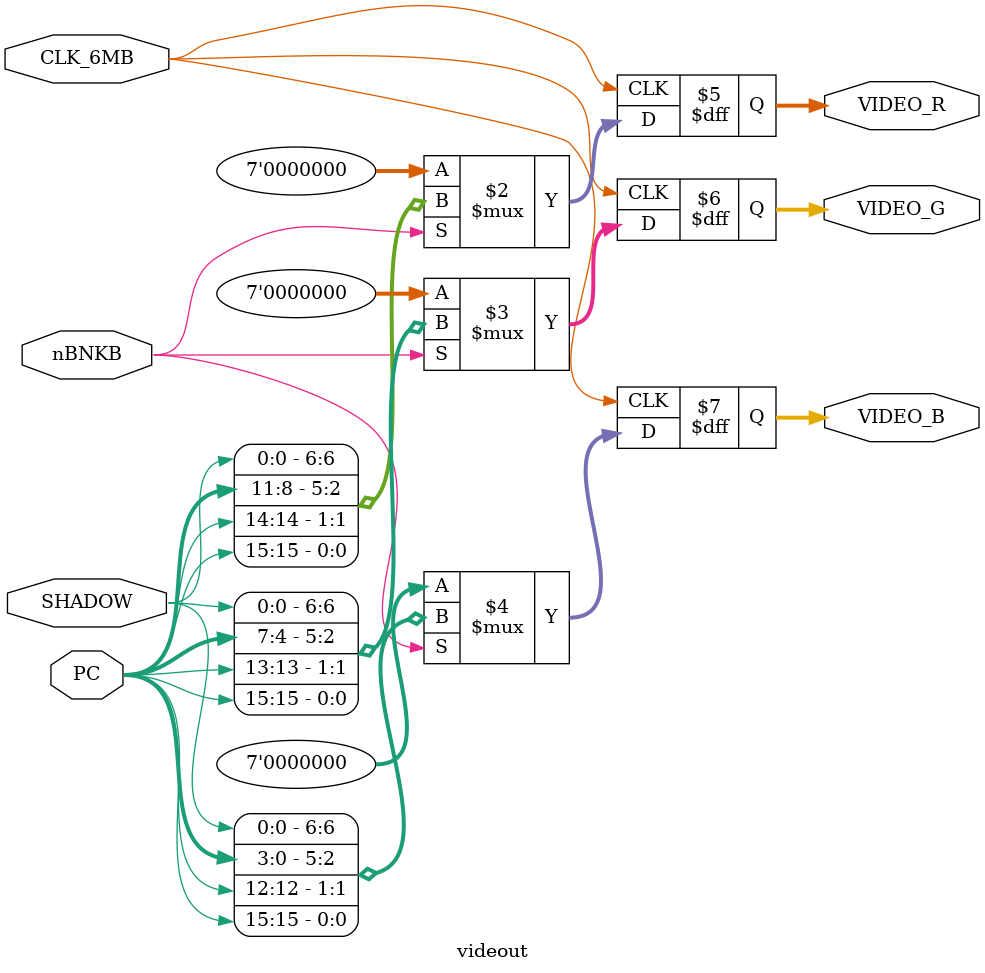
<source format=v>
`timescale 10ns/10ns

module videout(
	input CLK_6MB,
	input nBNKB,
	input SHADOW,
	input [15:0] PC,
	output reg [6:0] VIDEO_R,
	output reg [6:0] VIDEO_G,
	output reg [6:0] VIDEO_B
);

	// Color data latch/blanking
	always @(posedge CLK_6MB)
	begin
		VIDEO_R <= nBNKB ? {SHADOW, PC[11:8], PC[14], PC[15]} : 7'b0000000;
		VIDEO_G <= nBNKB ? {SHADOW, PC[7:4], PC[13], PC[15]} : 7'b0000000;
		VIDEO_B <= nBNKB ? {SHADOW, PC[3:0], PC[12], PC[15]} : 7'b0000000;
	end
	
endmodule

</source>
